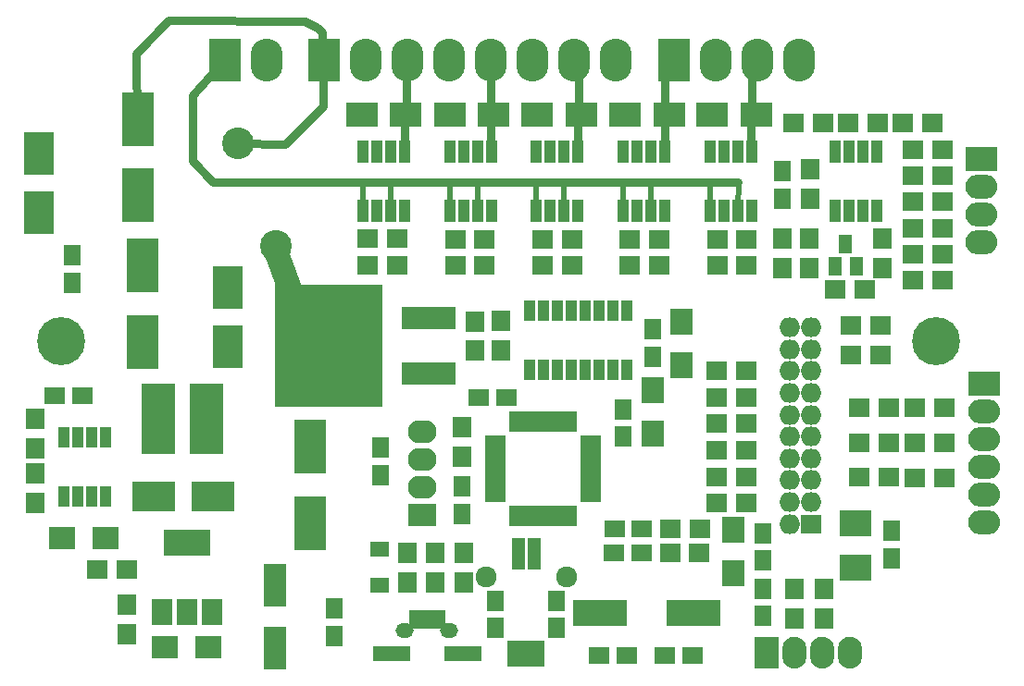
<source format=gts>
G04 #@! TF.FileFunction,Soldermask,Top*
%FSLAX46Y46*%
G04 Gerber Fmt 4.6, Leading zero omitted, Abs format (unit mm)*
G04 Created by KiCad (PCBNEW 4.0.6) date 01/16/18 14:36:03*
%MOMM*%
%LPD*%
G01*
G04 APERTURE LIST*
%ADD10C,0.100000*%
%ADD11C,2.224000*%
%ADD12C,0.524000*%
%ADD13C,0.724000*%
%ADD14R,1.650000X1.900000*%
%ADD15C,1.924000*%
%ADD16C,4.400000*%
%ADD17R,1.900000X1.650000*%
%ADD18R,2.900000X4.900000*%
%ADD19R,2.000000X2.400000*%
%ADD20R,2.400000X2.000000*%
%ADD21R,2.000000X3.900000*%
%ADD22R,2.700000X3.900000*%
%ADD23R,1.700000X1.900000*%
%ADD24R,3.900000X2.700000*%
%ADD25R,2.900000X2.200000*%
%ADD26R,2.624000X2.100000*%
%ADD27O,2.624000X2.100000*%
%ADD28R,2.924000X2.224000*%
%ADD29O,2.924000X2.224000*%
%ADD30R,0.800000X1.750000*%
%ADD31O,1.650000X1.350000*%
%ADD32R,3.400000X1.400000*%
%ADD33R,2.224000X2.924000*%
%ADD34O,2.224000X2.924000*%
%ADD35R,1.900000X1.700000*%
%ADD36R,3.024000X6.400000*%
%ADD37C,2.899360*%
%ADD38R,1.100000X2.100000*%
%ADD39R,9.800000X11.200000*%
%ADD40R,5.000000X2.000000*%
%ADD41R,1.200100X1.654000*%
%ADD42R,2.400000X2.100000*%
%ADD43R,1.000000X1.950000*%
%ADD44R,4.200000X2.400000*%
%ADD45R,1.900000X2.400000*%
%ADD46R,1.000000X1.900000*%
%ADD47R,0.700000X1.850000*%
%ADD48R,1.850000X0.700000*%
%ADD49R,5.024000X2.400000*%
%ADD50R,1.150000X2.900000*%
%ADD51R,3.400000X2.400000*%
%ADD52O,2.924000X3.924000*%
%ADD53R,2.924000X3.924000*%
%ADD54R,1.924000X1.800000*%
%ADD55O,1.924000X1.800000*%
%ADD56R,2.900000X2.400000*%
%ADD57R,1.800000X1.400000*%
G04 APERTURE END LIST*
D10*
D11*
X84500000Y-100725000D02*
X86250000Y-105600000D01*
D12*
X126900000Y-97475000D02*
X126950000Y-94850000D01*
X124350000Y-94850000D02*
X124325000Y-97575000D01*
X118925000Y-97450000D02*
X118925000Y-94875000D01*
X116400000Y-97450000D02*
X116425000Y-94900000D01*
X110975000Y-97475000D02*
X111000000Y-94900000D01*
X108475000Y-97575000D02*
X108475000Y-94875000D01*
X103100000Y-97275000D02*
X103125000Y-94875000D01*
X100575000Y-94850000D02*
X100550000Y-97550000D01*
X95125000Y-97450000D02*
X95125000Y-94900000D01*
X92625000Y-97400000D02*
X92625000Y-94875000D01*
D13*
X80000000Y-83650000D02*
X77050000Y-86950000D01*
X77050000Y-92950000D02*
X77050000Y-86950000D01*
X78900000Y-94900000D02*
X77050000Y-92950000D01*
X80150000Y-94900000D02*
X78900000Y-94900000D01*
X126900000Y-94900000D02*
X80150000Y-94900000D01*
X128100000Y-92100000D02*
X128150000Y-83750000D01*
X120250000Y-92200000D02*
X120250000Y-83500000D01*
X112250000Y-92050000D02*
X112300000Y-83500000D01*
X104300000Y-92200000D02*
X104300000Y-83800000D01*
X96450000Y-92300000D02*
X96450000Y-89900000D01*
X96550000Y-83550000D02*
X96550000Y-89250000D01*
X88850000Y-81200000D02*
X88900000Y-83850000D01*
X88500000Y-80750000D02*
X88850000Y-81200000D01*
X87300000Y-80150000D02*
X88500000Y-80750000D01*
X74850000Y-80100000D02*
X87300000Y-80150000D01*
X71900000Y-83100000D02*
X74850000Y-80100000D01*
X71900000Y-83850000D02*
X71900000Y-83100000D01*
X71950000Y-88850000D02*
X71900000Y-83850000D01*
X88950000Y-88000000D02*
X89000000Y-83850000D01*
X85500000Y-91400000D02*
X88950000Y-88000000D01*
X81100000Y-91350000D02*
X85500000Y-91400000D01*
D14*
X101700000Y-125300000D03*
X101700000Y-122800000D03*
D15*
X103850000Y-131025000D03*
X111250000Y-131025000D03*
D16*
X145000000Y-109500000D03*
D17*
X122730000Y-138290000D03*
X120230000Y-138290000D03*
X114230000Y-138290000D03*
X116730000Y-138290000D03*
D14*
X110300000Y-135740477D03*
X110300000Y-133240477D03*
X104725000Y-135740477D03*
X104725000Y-133240477D03*
D18*
X72450000Y-102550000D03*
X72450000Y-109550000D03*
D19*
X119130000Y-117950000D03*
X119130000Y-113950000D03*
D14*
X116420000Y-118200000D03*
X116420000Y-115700000D03*
D17*
X105730000Y-114660000D03*
X103230000Y-114660000D03*
D14*
X66000000Y-101600000D03*
X66000000Y-104100000D03*
D17*
X115605000Y-126615000D03*
X118105000Y-126615000D03*
D20*
X78450000Y-137450000D03*
X74450000Y-137450000D03*
D21*
X84600000Y-131800000D03*
X84600000Y-137600000D03*
D14*
X89990000Y-133950000D03*
X89990000Y-136450000D03*
D17*
X66950000Y-114450000D03*
X64450000Y-114450000D03*
D18*
X87800000Y-119150000D03*
X87800000Y-126150000D03*
D14*
X94240000Y-119200000D03*
X94240000Y-121700000D03*
D17*
X118080000Y-128865000D03*
X115580000Y-128865000D03*
D19*
X121750000Y-111650000D03*
X121750000Y-107650000D03*
D14*
X119100000Y-110900000D03*
X119100000Y-108400000D03*
X131000000Y-96420000D03*
X131000000Y-93920000D03*
D22*
X63000000Y-97700000D03*
X63000000Y-92300000D03*
D23*
X71050000Y-136300000D03*
X71050000Y-133600000D03*
D24*
X73500000Y-123700000D03*
X78900000Y-123700000D03*
D25*
X92500000Y-88750000D03*
X96500000Y-88750000D03*
D22*
X80210000Y-104540000D03*
X80210000Y-109940000D03*
D25*
X100550000Y-88750000D03*
X104550000Y-88750000D03*
X108550000Y-88750000D03*
X112550000Y-88750000D03*
X116600000Y-88750000D03*
X120600000Y-88750000D03*
X124550000Y-88750000D03*
X128550000Y-88750000D03*
D26*
X98050000Y-125390000D03*
D27*
X98050000Y-122850000D03*
X98050000Y-120310000D03*
X98050000Y-117770000D03*
D28*
X149400000Y-113320000D03*
D29*
X149400000Y-115860000D03*
X149400000Y-118400000D03*
X149400000Y-120940000D03*
X149400000Y-123480000D03*
X149400000Y-126020000D03*
D30*
X97185860Y-134920060D03*
X97835860Y-134920060D03*
X98485860Y-134920060D03*
X99135860Y-134920060D03*
X99785860Y-134920060D03*
D31*
X96419200Y-136000000D03*
X100519200Y-136000000D03*
D32*
X95200000Y-138100000D03*
X101719200Y-138100000D03*
D28*
X149150000Y-92760000D03*
D29*
X149150000Y-95300000D03*
X149150000Y-97840000D03*
X149150000Y-100380000D03*
D33*
X129495000Y-138000000D03*
D34*
X132035000Y-138000000D03*
X134575000Y-138000000D03*
X137115000Y-138000000D03*
D35*
X123405000Y-126615000D03*
X120705000Y-126615000D03*
D36*
X73900000Y-116550000D03*
X78300000Y-116550000D03*
D37*
X81199468Y-91380353D03*
X84620532Y-100779647D03*
D38*
X92595000Y-97500000D03*
X93865000Y-97500000D03*
X95135000Y-97500000D03*
X96405000Y-97500000D03*
X96405000Y-92100000D03*
X95135000Y-92100000D03*
X93865000Y-92100000D03*
X92595000Y-92100000D03*
D39*
X89470000Y-109850000D03*
D40*
X98630000Y-107310000D03*
X98630000Y-112390000D03*
D38*
X100532500Y-97500000D03*
X101802500Y-97500000D03*
X103072500Y-97500000D03*
X104342500Y-97500000D03*
X104342500Y-92100000D03*
X103072500Y-92100000D03*
X101802500Y-92100000D03*
X100532500Y-92100000D03*
X108470000Y-97500000D03*
X109740000Y-97500000D03*
X111010000Y-97500000D03*
X112280000Y-97500000D03*
X112280000Y-92100000D03*
X111010000Y-92100000D03*
X109740000Y-92100000D03*
X108470000Y-92100000D03*
X116407500Y-97500000D03*
X117677500Y-97500000D03*
X118947500Y-97500000D03*
X120217500Y-97500000D03*
X120217500Y-92100000D03*
X118947500Y-92100000D03*
X117677500Y-92100000D03*
X116407500Y-92100000D03*
X124345000Y-97500000D03*
X125615000Y-97500000D03*
X126885000Y-97500000D03*
X128155000Y-97500000D03*
X128155000Y-92100000D03*
X126885000Y-92100000D03*
X125615000Y-92100000D03*
X124345000Y-92100000D03*
D41*
X135800000Y-102600760D03*
X137700000Y-102600760D03*
X136750000Y-100600000D03*
D35*
X124950000Y-124300000D03*
X127650000Y-124300000D03*
X124950000Y-121880000D03*
X127650000Y-121880000D03*
X124950000Y-119460000D03*
X127650000Y-119460000D03*
X124950000Y-117040000D03*
X127650000Y-117040000D03*
X124950000Y-114620000D03*
X127650000Y-114620000D03*
X124950000Y-112200000D03*
X127650000Y-112200000D03*
D23*
X101800000Y-131550000D03*
X101800000Y-128850000D03*
X99225000Y-131550000D03*
X99225000Y-128850000D03*
X96650000Y-131550000D03*
X96650000Y-128850000D03*
D35*
X123380000Y-128865000D03*
X120680000Y-128865000D03*
D42*
X65050000Y-127500000D03*
X69050000Y-127500000D03*
D35*
X71050000Y-130400000D03*
X68350000Y-130400000D03*
D23*
X62600000Y-124300000D03*
X62600000Y-121600000D03*
X62600000Y-119250000D03*
X62600000Y-116550000D03*
D35*
X93050000Y-102500000D03*
X95750000Y-102500000D03*
D23*
X105250000Y-110300000D03*
X105250000Y-107600000D03*
D35*
X93050000Y-100075000D03*
X95750000Y-100075000D03*
D23*
X102850000Y-110350000D03*
X102850000Y-107650000D03*
D35*
X101037500Y-102550000D03*
X103737500Y-102550000D03*
X101037500Y-100125000D03*
X103737500Y-100125000D03*
X143050000Y-115600000D03*
X145750000Y-115600000D03*
X143050000Y-118787500D03*
X145750000Y-118787500D03*
X143050000Y-121975000D03*
X145750000Y-121975000D03*
X109025000Y-102550000D03*
X111725000Y-102550000D03*
X140675000Y-121945000D03*
X137975000Y-121945000D03*
X140675000Y-118772500D03*
X137975000Y-118772500D03*
X140675000Y-115600000D03*
X137975000Y-115600000D03*
X109025000Y-100125000D03*
X111725000Y-100125000D03*
X117012500Y-102550000D03*
X119712500Y-102550000D03*
X117012500Y-100125000D03*
X119712500Y-100125000D03*
X142900000Y-103900000D03*
X145600000Y-103900000D03*
X142900000Y-101500000D03*
X145600000Y-101500000D03*
D23*
X133470000Y-93754523D03*
X133470000Y-96454523D03*
X140100000Y-102800000D03*
X140100000Y-100100000D03*
D35*
X144650000Y-89450000D03*
X141950000Y-89450000D03*
X142900000Y-99100000D03*
X145600000Y-99100000D03*
D23*
X133420000Y-102800000D03*
X133420000Y-100100000D03*
D35*
X142900000Y-96700000D03*
X145600000Y-96700000D03*
D23*
X131000000Y-102800000D03*
X131000000Y-100100000D03*
D35*
X139650000Y-89450000D03*
X136950000Y-89450000D03*
X125000000Y-102550000D03*
X127700000Y-102550000D03*
X142900000Y-91900000D03*
X145600000Y-91900000D03*
X142900000Y-94300000D03*
X145600000Y-94300000D03*
X125000000Y-100125000D03*
X127700000Y-100125000D03*
X138500000Y-104750000D03*
X135800000Y-104750000D03*
X134650000Y-89450000D03*
X131950000Y-89450000D03*
D23*
X134775000Y-132150000D03*
X134775000Y-134850000D03*
X132100000Y-132150000D03*
X132100000Y-134850000D03*
D43*
X69055000Y-118250000D03*
X67785000Y-118250000D03*
X66515000Y-118250000D03*
X65245000Y-118250000D03*
X65245000Y-123650000D03*
X66515000Y-123650000D03*
X67785000Y-123650000D03*
X69055000Y-123650000D03*
D44*
X76500000Y-127950000D03*
D45*
X76500000Y-134250000D03*
X78800000Y-134250000D03*
X74200000Y-134250000D03*
D46*
X107855000Y-112100000D03*
X109125000Y-112100000D03*
X110395000Y-112100000D03*
X111665000Y-112100000D03*
X112935000Y-112100000D03*
X114205000Y-112100000D03*
X115475000Y-112100000D03*
X116745000Y-112100000D03*
X116745000Y-106700000D03*
X115475000Y-106700000D03*
X114205000Y-106700000D03*
X112935000Y-106700000D03*
X111665000Y-106700000D03*
X110395000Y-106700000D03*
X109125000Y-106700000D03*
X107855000Y-106700000D03*
D47*
X106300000Y-125500000D03*
X106800000Y-125500000D03*
X107300000Y-125500000D03*
X107800000Y-125500000D03*
X108300000Y-125500000D03*
X108800000Y-125500000D03*
X109300000Y-125500000D03*
X109800000Y-125500000D03*
X110300000Y-125500000D03*
X110800000Y-125500000D03*
X111300000Y-125500000D03*
X111800000Y-125500000D03*
D48*
X113400000Y-123900000D03*
X113400000Y-123400000D03*
X113400000Y-122900000D03*
X113400000Y-122400000D03*
X113400000Y-121900000D03*
X113400000Y-121400000D03*
X113400000Y-120900000D03*
X113400000Y-120400000D03*
X113400000Y-119900000D03*
X113400000Y-119400000D03*
X113400000Y-118900000D03*
X113400000Y-118400000D03*
D47*
X111800000Y-116800000D03*
X111300000Y-116800000D03*
X110800000Y-116800000D03*
X110300000Y-116800000D03*
X109800000Y-116800000D03*
X109300000Y-116800000D03*
X108800000Y-116800000D03*
X108300000Y-116800000D03*
X107800000Y-116800000D03*
X107300000Y-116800000D03*
X106800000Y-116800000D03*
X106300000Y-116800000D03*
D48*
X104700000Y-118400000D03*
X104700000Y-118900000D03*
X104700000Y-119400000D03*
X104700000Y-119900000D03*
X104700000Y-120400000D03*
X104700000Y-120900000D03*
X104700000Y-121400000D03*
X104700000Y-121900000D03*
X104700000Y-122400000D03*
X104700000Y-122900000D03*
X104700000Y-123400000D03*
X104700000Y-123900000D03*
D38*
X135795000Y-97500000D03*
X137065000Y-97500000D03*
X138335000Y-97500000D03*
X139605000Y-97500000D03*
X139605000Y-92100000D03*
X138335000Y-92100000D03*
X137065000Y-92100000D03*
X135795000Y-92100000D03*
D49*
X114300000Y-134375000D03*
X122800000Y-134375000D03*
D50*
X108300000Y-128900000D03*
X106800000Y-128900000D03*
D51*
X107550000Y-138100000D03*
D52*
X108080000Y-83700000D03*
X104270000Y-83700000D03*
X100460000Y-83700000D03*
X96650000Y-83700000D03*
X92840000Y-83700000D03*
D53*
X89030000Y-83700000D03*
D52*
X111890000Y-83700000D03*
X115700000Y-83700000D03*
X83800000Y-83700000D03*
D53*
X79990000Y-83700000D03*
D52*
X132500000Y-83700000D03*
X128690000Y-83700000D03*
X124880000Y-83700000D03*
D53*
X121070000Y-83700000D03*
D16*
X65000000Y-109500000D03*
D14*
X129150000Y-134650000D03*
X129150000Y-132150000D03*
X129150000Y-129550000D03*
X129150000Y-127050000D03*
D19*
X126500000Y-130750000D03*
X126500000Y-126750000D03*
D54*
X133600000Y-126200000D03*
D55*
X131600000Y-126200000D03*
X133600000Y-124200000D03*
X131600000Y-124200000D03*
X133600000Y-122200000D03*
X131600000Y-122200000D03*
X133600000Y-120200000D03*
X131600000Y-120200000D03*
X133600000Y-118200000D03*
X131600000Y-118200000D03*
X133600000Y-116200000D03*
X131600000Y-116200000D03*
X133600000Y-114200000D03*
X131600000Y-114200000D03*
X133600000Y-112200000D03*
X131600000Y-112200000D03*
X133600000Y-110200000D03*
X131600000Y-110200000D03*
X133600000Y-108200000D03*
X131600000Y-108200000D03*
D23*
X101650000Y-120010000D03*
X101650000Y-117310000D03*
D35*
X139950000Y-110750000D03*
X137250000Y-110750000D03*
X139950000Y-108050000D03*
X137250000Y-108050000D03*
D56*
X137650000Y-126175000D03*
X137650000Y-130175000D03*
D18*
X72030000Y-89120000D03*
X72030000Y-96120000D03*
D57*
X94150000Y-128550000D03*
X94150000Y-131850000D03*
D14*
X140950000Y-126825000D03*
X140950000Y-129325000D03*
M02*

</source>
